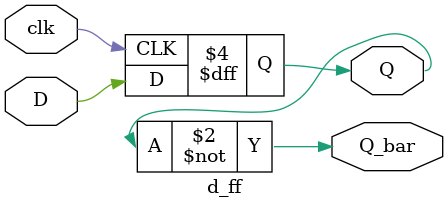
<source format=v>
module top_module (
    input clk,
    input x,
    output z
); 
	wire out1,out2,out3,q1,q2,q3, q_bar1,q_bar2,q_bar3;
    assign out1=x^q1;
    assign out2=x&q_bar2;
    assign out3=x|q_bar3;
    assign z=~(q1|q2|q3);
        
    d_ff df1(.clk(clk),.D(out1),.Q(q1), .Q_bar(q_bar1));
    d_ff df2(.clk(clk),.D(out2),.Q(q2), .Q_bar(q_bar2));
    d_ff df3(.clk(clk),.D(out3),.Q(q3), .Q_bar(q_bar3));
    
endmodule
module d_ff(input clk, input D, output Q,output Q_bar);
    initial Q=1'b0;
    
    always@(posedge clk)
        Q<=D;
    assign Q_bar=~Q;
endmodule
</source>
